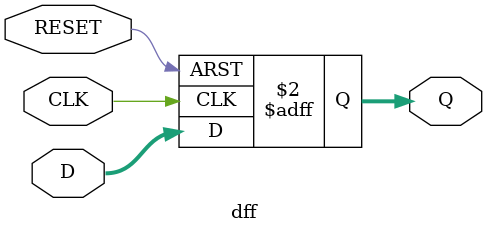
<source format=v>
module dff (
    input wire [2:0] D,    // Input data (3 bits)
    input wire CLK,        // Clock
    input wire RESET,      // Reset
    output reg [2:0] Q      // Output data (3 bits)
);
    // Instantiating three D flip-flops
       always @(posedge CLK or posedge RESET) begin
        if (RESET)
            Q <= 1'b0;
        else
            Q <= D;
    end
endmodule
</source>
